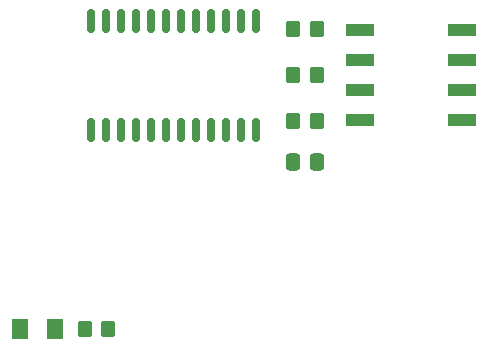
<source format=gbr>
%TF.GenerationSoftware,KiCad,Pcbnew,6.0.7+dfsg-1~bpo11+1*%
%TF.CreationDate,2022-10-12T23:47:36+02:00*%
%TF.ProjectId,vertExpIO_00,76657274-4578-4704-994f-5f30302e6b69,rev?*%
%TF.SameCoordinates,Original*%
%TF.FileFunction,Paste,Top*%
%TF.FilePolarity,Positive*%
%FSLAX46Y46*%
G04 Gerber Fmt 4.6, Leading zero omitted, Abs format (unit mm)*
G04 Created by KiCad (PCBNEW 6.0.7+dfsg-1~bpo11+1) date 2022-10-12 23:47:36*
%MOMM*%
%LPD*%
G01*
G04 APERTURE LIST*
G04 Aperture macros list*
%AMRoundRect*
0 Rectangle with rounded corners*
0 $1 Rounding radius*
0 $2 $3 $4 $5 $6 $7 $8 $9 X,Y pos of 4 corners*
0 Add a 4 corners polygon primitive as box body*
4,1,4,$2,$3,$4,$5,$6,$7,$8,$9,$2,$3,0*
0 Add four circle primitives for the rounded corners*
1,1,$1+$1,$2,$3*
1,1,$1+$1,$4,$5*
1,1,$1+$1,$6,$7*
1,1,$1+$1,$8,$9*
0 Add four rect primitives between the rounded corners*
20,1,$1+$1,$2,$3,$4,$5,0*
20,1,$1+$1,$4,$5,$6,$7,0*
20,1,$1+$1,$6,$7,$8,$9,0*
20,1,$1+$1,$8,$9,$2,$3,0*%
G04 Aperture macros list end*
%ADD10RoundRect,0.250000X-0.350000X-0.450000X0.350000X-0.450000X0.350000X0.450000X-0.350000X0.450000X0*%
%ADD11RoundRect,0.150000X-0.150000X0.875000X-0.150000X-0.875000X0.150000X-0.875000X0.150000X0.875000X0*%
%ADD12RoundRect,0.250000X0.350000X0.450000X-0.350000X0.450000X-0.350000X-0.450000X0.350000X-0.450000X0*%
%ADD13R,2.440000X1.120000*%
%ADD14RoundRect,0.250001X-0.462499X-0.624999X0.462499X-0.624999X0.462499X0.624999X-0.462499X0.624999X0*%
%ADD15RoundRect,0.250000X-0.337500X-0.475000X0.337500X-0.475000X0.337500X0.475000X-0.337500X0.475000X0*%
G04 APERTURE END LIST*
D10*
%TO.C,R2*%
X150127500Y-100730000D03*
X152127500Y-100730000D03*
%TD*%
D11*
%TO.C,U1*%
X146962500Y-96080000D03*
X145692500Y-96080000D03*
X144422500Y-96080000D03*
X143152500Y-96080000D03*
X141882500Y-96080000D03*
X140612500Y-96080000D03*
X139342500Y-96080000D03*
X138072500Y-96080000D03*
X136802500Y-96080000D03*
X135532500Y-96080000D03*
X134262500Y-96080000D03*
X132992500Y-96080000D03*
X132992500Y-105380000D03*
X134262500Y-105380000D03*
X135532500Y-105380000D03*
X136802500Y-105380000D03*
X138072500Y-105380000D03*
X139342500Y-105380000D03*
X140612500Y-105380000D03*
X141882500Y-105380000D03*
X143152500Y-105380000D03*
X144422500Y-105380000D03*
X145692500Y-105380000D03*
X146962500Y-105380000D03*
%TD*%
D10*
%TO.C,R3*%
X150127500Y-96830000D03*
X152127500Y-96830000D03*
%TD*%
D12*
%TO.C,R4*%
X134477500Y-122230000D03*
X132477500Y-122230000D03*
%TD*%
D10*
%TO.C,R1*%
X150127500Y-104580000D03*
X152127500Y-104580000D03*
%TD*%
D13*
%TO.C,SW1*%
X155772500Y-96920000D03*
X155772500Y-99460000D03*
X155772500Y-102000000D03*
X155772500Y-104540000D03*
X164382500Y-104540000D03*
X164382500Y-102000000D03*
X164382500Y-99460000D03*
X164382500Y-96920000D03*
%TD*%
D14*
%TO.C,D1*%
X126990000Y-122230000D03*
X129965000Y-122230000D03*
%TD*%
D15*
%TO.C,C1*%
X150082500Y-108070000D03*
X152157500Y-108070000D03*
%TD*%
M02*

</source>
